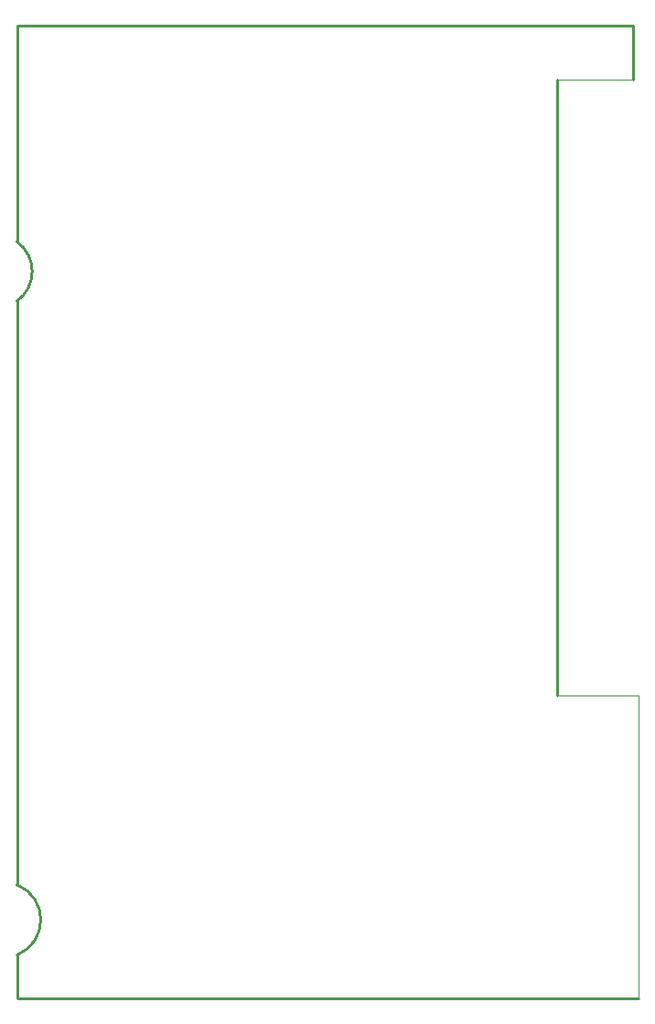
<source format=gbr>
%TF.GenerationSoftware,KiCad,Pcbnew,9.0.0*%
%TF.CreationDate,2025-04-14T10:38:46-04:00*%
%TF.ProjectId,leftPCB,6c656674-5043-4422-9e6b-696361645f70,rev?*%
%TF.SameCoordinates,Original*%
%TF.FileFunction,Profile,NP*%
%FSLAX46Y46*%
G04 Gerber Fmt 4.6, Leading zero omitted, Abs format (unit mm)*
G04 Created by KiCad (PCBNEW 9.0.0) date 2025-04-14 10:38:46*
%MOMM*%
%LPD*%
G01*
G04 APERTURE LIST*
%TA.AperFunction,Profile*%
%ADD10C,0.050000*%
%TD*%
%TA.AperFunction,Profile*%
%ADD11C,0.254000*%
%TD*%
G04 APERTURE END LIST*
D10*
X179500000Y-108000000D02*
X179500000Y-136000000D01*
D11*
X121999300Y-136000000D02*
X179500000Y-136000000D01*
X121999900Y-46000200D02*
X121999900Y-66000029D01*
X178999750Y-51000000D02*
X178999500Y-46000200D01*
X121999900Y-131999999D02*
X121999300Y-136000000D01*
D10*
X179500000Y-108000000D02*
X171999875Y-108000000D01*
D11*
X178999500Y-46000200D02*
X121999900Y-46000200D01*
X121999900Y-125499602D02*
G75*
G02*
X121999900Y-131999998I-1298500J-3250198D01*
G01*
X121999900Y-71500072D02*
X121999900Y-125499602D01*
X171999875Y-108000000D02*
X172000125Y-51000000D01*
D10*
X178999750Y-51000000D02*
X172000125Y-51000000D01*
D11*
X121999900Y-66000029D02*
G75*
G02*
X121999900Y-71500071I-1978200J-2750021D01*
G01*
M02*

</source>
